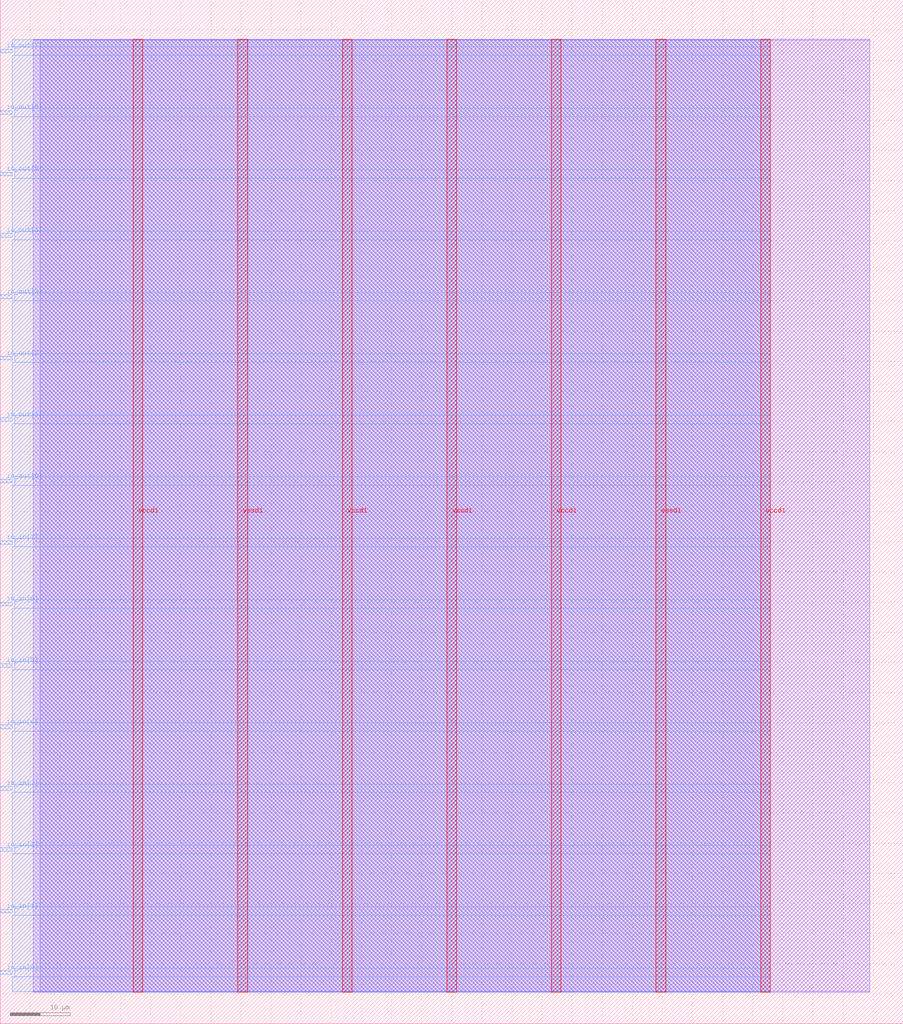
<source format=lef>
VERSION 5.7 ;
  NOWIREEXTENSIONATPIN ON ;
  DIVIDERCHAR "/" ;
  BUSBITCHARS "[]" ;
MACRO user_module_341279123277087315
  CLASS BLOCK ;
  FOREIGN user_module_341279123277087315 ;
  ORIGIN 0.000 0.000 ;
  SIZE 150.000 BY 170.000 ;
  PIN io_in[0]
    DIRECTION INPUT ;
    USE SIGNAL ;
    PORT
      LAYER met3 ;
        RECT 0.000 8.200 2.000 8.800 ;
    END
  END io_in[0]
  PIN io_in[1]
    DIRECTION INPUT ;
    USE SIGNAL ;
    PORT
      LAYER met3 ;
        RECT 0.000 18.400 2.000 19.000 ;
    END
  END io_in[1]
  PIN io_in[2]
    DIRECTION INPUT ;
    USE SIGNAL ;
    PORT
      LAYER met3 ;
        RECT 0.000 28.600 2.000 29.200 ;
    END
  END io_in[2]
  PIN io_in[3]
    DIRECTION INPUT ;
    USE SIGNAL ;
    PORT
      LAYER met3 ;
        RECT 0.000 38.800 2.000 39.400 ;
    END
  END io_in[3]
  PIN io_in[4]
    DIRECTION INPUT ;
    USE SIGNAL ;
    PORT
      LAYER met3 ;
        RECT 0.000 49.000 2.000 49.600 ;
    END
  END io_in[4]
  PIN io_in[5]
    DIRECTION INPUT ;
    USE SIGNAL ;
    PORT
      LAYER met3 ;
        RECT 0.000 59.200 2.000 59.800 ;
    END
  END io_in[5]
  PIN io_in[6]
    DIRECTION INPUT ;
    USE SIGNAL ;
    PORT
      LAYER met3 ;
        RECT 0.000 69.400 2.000 70.000 ;
    END
  END io_in[6]
  PIN io_in[7]
    DIRECTION INPUT ;
    USE SIGNAL ;
    PORT
      LAYER met3 ;
        RECT 0.000 79.600 2.000 80.200 ;
    END
  END io_in[7]
  PIN io_out[0]
    DIRECTION OUTPUT TRISTATE ;
    USE SIGNAL ;
    PORT
      LAYER met3 ;
        RECT 0.000 89.800 2.000 90.400 ;
    END
  END io_out[0]
  PIN io_out[1]
    DIRECTION OUTPUT TRISTATE ;
    USE SIGNAL ;
    PORT
      LAYER met3 ;
        RECT 0.000 100.000 2.000 100.600 ;
    END
  END io_out[1]
  PIN io_out[2]
    DIRECTION OUTPUT TRISTATE ;
    USE SIGNAL ;
    PORT
      LAYER met3 ;
        RECT 0.000 110.200 2.000 110.800 ;
    END
  END io_out[2]
  PIN io_out[3]
    DIRECTION OUTPUT TRISTATE ;
    USE SIGNAL ;
    PORT
      LAYER met3 ;
        RECT 0.000 120.400 2.000 121.000 ;
    END
  END io_out[3]
  PIN io_out[4]
    DIRECTION OUTPUT TRISTATE ;
    USE SIGNAL ;
    PORT
      LAYER met3 ;
        RECT 0.000 130.600 2.000 131.200 ;
    END
  END io_out[4]
  PIN io_out[5]
    DIRECTION OUTPUT TRISTATE ;
    USE SIGNAL ;
    PORT
      LAYER met3 ;
        RECT 0.000 140.800 2.000 141.400 ;
    END
  END io_out[5]
  PIN io_out[6]
    DIRECTION OUTPUT TRISTATE ;
    USE SIGNAL ;
    PORT
      LAYER met3 ;
        RECT 0.000 151.000 2.000 151.600 ;
    END
  END io_out[6]
  PIN io_out[7]
    DIRECTION OUTPUT TRISTATE ;
    USE SIGNAL ;
    PORT
      LAYER met3 ;
        RECT 0.000 161.200 2.000 161.800 ;
    END
  END io_out[7]
  PIN vccd1
    DIRECTION INOUT ;
    USE POWER ;
    PORT
      LAYER met4 ;
        RECT 22.090 5.200 23.690 163.440 ;
    END
    PORT
      LAYER met4 ;
        RECT 56.830 5.200 58.430 163.440 ;
    END
    PORT
      LAYER met4 ;
        RECT 91.570 5.200 93.170 163.440 ;
    END
    PORT
      LAYER met4 ;
        RECT 126.310 5.200 127.910 163.440 ;
    END
  END vccd1
  PIN vssd1
    DIRECTION INOUT ;
    USE GROUND ;
    PORT
      LAYER met4 ;
        RECT 39.460 5.200 41.060 163.440 ;
    END
    PORT
      LAYER met4 ;
        RECT 74.200 5.200 75.800 163.440 ;
    END
    PORT
      LAYER met4 ;
        RECT 108.940 5.200 110.540 163.440 ;
    END
  END vssd1
  OBS
      LAYER li1 ;
        RECT 5.520 5.355 144.440 163.285 ;
      LAYER met1 ;
        RECT 5.520 5.200 144.440 163.440 ;
      LAYER met2 ;
        RECT 6.600 5.255 127.880 163.385 ;
      LAYER met3 ;
        RECT 2.000 162.200 127.900 163.365 ;
        RECT 2.400 160.800 127.900 162.200 ;
        RECT 2.000 152.000 127.900 160.800 ;
        RECT 2.400 150.600 127.900 152.000 ;
        RECT 2.000 141.800 127.900 150.600 ;
        RECT 2.400 140.400 127.900 141.800 ;
        RECT 2.000 131.600 127.900 140.400 ;
        RECT 2.400 130.200 127.900 131.600 ;
        RECT 2.000 121.400 127.900 130.200 ;
        RECT 2.400 120.000 127.900 121.400 ;
        RECT 2.000 111.200 127.900 120.000 ;
        RECT 2.400 109.800 127.900 111.200 ;
        RECT 2.000 101.000 127.900 109.800 ;
        RECT 2.400 99.600 127.900 101.000 ;
        RECT 2.000 90.800 127.900 99.600 ;
        RECT 2.400 89.400 127.900 90.800 ;
        RECT 2.000 80.600 127.900 89.400 ;
        RECT 2.400 79.200 127.900 80.600 ;
        RECT 2.000 70.400 127.900 79.200 ;
        RECT 2.400 69.000 127.900 70.400 ;
        RECT 2.000 60.200 127.900 69.000 ;
        RECT 2.400 58.800 127.900 60.200 ;
        RECT 2.000 50.000 127.900 58.800 ;
        RECT 2.400 48.600 127.900 50.000 ;
        RECT 2.000 39.800 127.900 48.600 ;
        RECT 2.400 38.400 127.900 39.800 ;
        RECT 2.000 29.600 127.900 38.400 ;
        RECT 2.400 28.200 127.900 29.600 ;
        RECT 2.000 19.400 127.900 28.200 ;
        RECT 2.400 18.000 127.900 19.400 ;
        RECT 2.000 9.200 127.900 18.000 ;
        RECT 2.400 7.800 127.900 9.200 ;
        RECT 2.000 5.275 127.900 7.800 ;
  END
END user_module_341279123277087315
END LIBRARY


</source>
